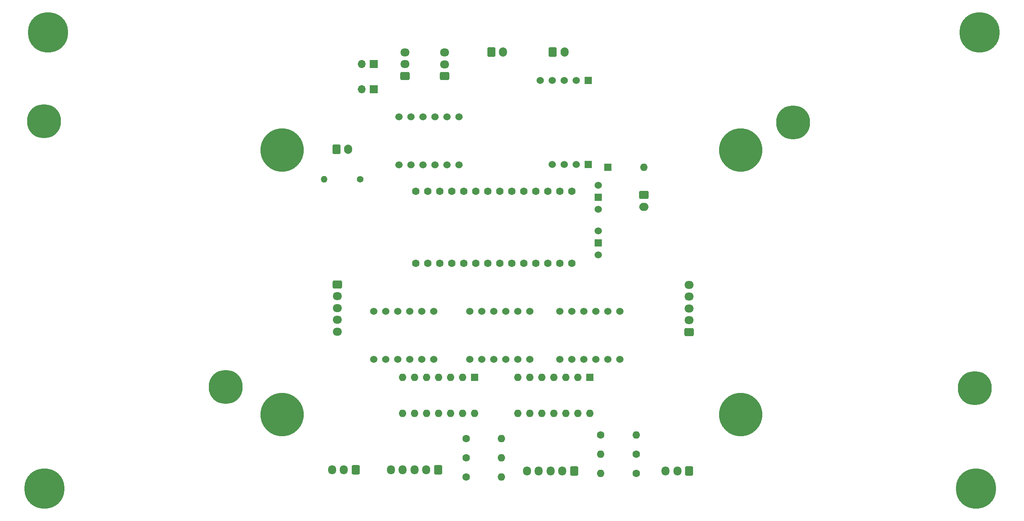
<source format=gbs>
%TF.GenerationSoftware,KiCad,Pcbnew,6.0.11-2627ca5db0~126~ubuntu20.04.1*%
%TF.CreationDate,2023-02-22T16:00:48-05:00*%
%TF.ProjectId,ScooterBLDCMotorController,53636f6f-7465-4724-924c-44434d6f746f,rev?*%
%TF.SameCoordinates,Original*%
%TF.FileFunction,Soldermask,Bot*%
%TF.FilePolarity,Negative*%
%FSLAX46Y46*%
G04 Gerber Fmt 4.6, Leading zero omitted, Abs format (unit mm)*
G04 Created by KiCad (PCBNEW 6.0.11-2627ca5db0~126~ubuntu20.04.1) date 2023-02-22 16:00:48*
%MOMM*%
%LPD*%
G01*
G04 APERTURE LIST*
G04 Aperture macros list*
%AMRoundRect*
0 Rectangle with rounded corners*
0 $1 Rounding radius*
0 $2 $3 $4 $5 $6 $7 $8 $9 X,Y pos of 4 corners*
0 Add a 4 corners polygon primitive as box body*
4,1,4,$2,$3,$4,$5,$6,$7,$8,$9,$2,$3,0*
0 Add four circle primitives for the rounded corners*
1,1,$1+$1,$2,$3*
1,1,$1+$1,$4,$5*
1,1,$1+$1,$6,$7*
1,1,$1+$1,$8,$9*
0 Add four rect primitives between the rounded corners*
20,1,$1+$1,$2,$3,$4,$5,0*
20,1,$1+$1,$4,$5,$6,$7,0*
20,1,$1+$1,$6,$7,$8,$9,0*
20,1,$1+$1,$8,$9,$2,$3,0*%
G04 Aperture macros list end*
%ADD10RoundRect,0.250000X0.600000X0.725000X-0.600000X0.725000X-0.600000X-0.725000X0.600000X-0.725000X0*%
%ADD11O,1.700000X1.950000*%
%ADD12C,8.500000*%
%ADD13C,1.600000*%
%ADD14O,1.600000X1.600000*%
%ADD15C,7.200000*%
%ADD16C,1.524000*%
%ADD17R,1.524000X1.524000*%
%ADD18RoundRect,0.250000X0.725000X-0.600000X0.725000X0.600000X-0.725000X0.600000X-0.725000X-0.600000X0*%
%ADD19O,1.950000X1.700000*%
%ADD20RoundRect,0.250000X-0.750000X0.600000X-0.750000X-0.600000X0.750000X-0.600000X0.750000X0.600000X0*%
%ADD21O,2.000000X1.700000*%
%ADD22C,9.200000*%
%ADD23RoundRect,0.250000X-0.600000X-0.750000X0.600000X-0.750000X0.600000X0.750000X-0.600000X0.750000X0*%
%ADD24O,1.700000X2.000000*%
%ADD25C,1.400000*%
%ADD26O,1.400000X1.400000*%
%ADD27R,1.600000X1.600000*%
%ADD28R,1.700000X1.700000*%
%ADD29O,1.700000X1.700000*%
%ADD30RoundRect,0.250000X-0.725000X0.600000X-0.725000X-0.600000X0.725000X-0.600000X0.725000X0.600000X0*%
G04 APERTURE END LIST*
D10*
X133310000Y-136288000D03*
D11*
X130810000Y-136288000D03*
X128310000Y-136288000D03*
X125810000Y-136288000D03*
X123310000Y-136288000D03*
D12*
X247142000Y-140208000D03*
D13*
X175240000Y-137016000D03*
D14*
X167740000Y-137016000D03*
D15*
X208448000Y-62738000D03*
D16*
X137708000Y-61578000D03*
X135168000Y-61578000D03*
X132628000Y-61578000D03*
X130088000Y-61578000D03*
X127548000Y-61578000D03*
X125008000Y-61578000D03*
X125008000Y-71738000D03*
X127548000Y-71738000D03*
X130088000Y-71738000D03*
X132628000Y-71738000D03*
X135168000Y-71738000D03*
X137708000Y-71738000D03*
D13*
X128564000Y-92566000D03*
X131104000Y-92566000D03*
X133644000Y-92566000D03*
X136184000Y-92566000D03*
X138724000Y-92566000D03*
X141264000Y-92566000D03*
X143804000Y-92566000D03*
X146344000Y-92566000D03*
X148884000Y-92566000D03*
X151424000Y-92566000D03*
X153964000Y-92566000D03*
X156504000Y-92566000D03*
X159044000Y-92566000D03*
X161584000Y-92566000D03*
X161584000Y-77326000D03*
X159044000Y-77326000D03*
X156504000Y-77326000D03*
X153964000Y-77326000D03*
X151424000Y-77326000D03*
X148884000Y-77326000D03*
X146344000Y-77326000D03*
X143804000Y-77326000D03*
X141264000Y-77326000D03*
X138724000Y-77326000D03*
X136184000Y-77326000D03*
X133644000Y-77326000D03*
X131104000Y-77326000D03*
X128564000Y-77326000D03*
D16*
X157480000Y-71628000D03*
X160020000Y-71628000D03*
X162560000Y-71628000D03*
D17*
X165100000Y-71628000D03*
X165100000Y-53848000D03*
D16*
X162560000Y-53848000D03*
X160020000Y-53848000D03*
X157480000Y-53848000D03*
X154940000Y-53848000D03*
D18*
X134700000Y-52942000D03*
D19*
X134700000Y-50442000D03*
X134700000Y-47942000D03*
D20*
X176841000Y-78108000D03*
D21*
X176841000Y-80608000D03*
D15*
X88392000Y-118750000D03*
D22*
X197344000Y-124580000D03*
D12*
X50800000Y-43688000D03*
D22*
X100344000Y-68580000D03*
D23*
X111820000Y-68419000D03*
D24*
X114320000Y-68419000D03*
D16*
X139994000Y-112886000D03*
X142534000Y-112886000D03*
X145074000Y-112886000D03*
X147614000Y-112886000D03*
X150154000Y-112886000D03*
X152694000Y-112886000D03*
X152694000Y-102726000D03*
X150154000Y-102726000D03*
X147614000Y-102726000D03*
X145074000Y-102726000D03*
X142534000Y-102726000D03*
X139994000Y-102726000D03*
D10*
X162092000Y-136525000D03*
D11*
X159592000Y-136525000D03*
X157092000Y-136525000D03*
X154592000Y-136525000D03*
X152092000Y-136525000D03*
D16*
X167172000Y-85725000D03*
D17*
X167172000Y-88265000D03*
D16*
X167172000Y-90805000D03*
D13*
X175240000Y-132952000D03*
D14*
X167740000Y-132952000D03*
D22*
X197344000Y-68580000D03*
D23*
X157560000Y-47845000D03*
D24*
X160060000Y-47845000D03*
D25*
X116830000Y-74786000D03*
D26*
X109210000Y-74786000D03*
D10*
X115864000Y-136271000D03*
D11*
X113364000Y-136271000D03*
X110864000Y-136271000D03*
D18*
X186419000Y-107108000D03*
D19*
X186419000Y-104608000D03*
X186419000Y-102108000D03*
X186419000Y-99608000D03*
X186419000Y-97108000D03*
D27*
X165399000Y-116706000D03*
D14*
X162859000Y-116706000D03*
X160319000Y-116706000D03*
X157779000Y-116706000D03*
X155239000Y-116706000D03*
X152699000Y-116706000D03*
X150159000Y-116706000D03*
X150159000Y-124326000D03*
X152699000Y-124326000D03*
X155239000Y-124326000D03*
X157779000Y-124326000D03*
X160319000Y-124326000D03*
X162859000Y-124326000D03*
X165399000Y-124326000D03*
D28*
X119674000Y-55736000D03*
D29*
X117134000Y-55736000D03*
D12*
X50038000Y-140208000D03*
D28*
X119674000Y-50402000D03*
D29*
X117134000Y-50402000D03*
D16*
X159044000Y-112886000D03*
X161584000Y-112886000D03*
X164124000Y-112886000D03*
X166664000Y-112886000D03*
X169204000Y-112886000D03*
X171744000Y-112886000D03*
X171744000Y-102726000D03*
X169204000Y-102726000D03*
X166664000Y-102726000D03*
X164124000Y-102726000D03*
X161584000Y-102726000D03*
X159044000Y-102726000D03*
D22*
X100344000Y-124580000D03*
D16*
X167172000Y-76056000D03*
D17*
X167172000Y-78596000D03*
D16*
X167172000Y-81136000D03*
D23*
X144586000Y-47845000D03*
D24*
X147086000Y-47845000D03*
D16*
X119674000Y-112886000D03*
X122214000Y-112886000D03*
X124754000Y-112886000D03*
X127294000Y-112886000D03*
X129834000Y-112886000D03*
X132374000Y-112886000D03*
X132374000Y-102726000D03*
X129834000Y-102726000D03*
X127294000Y-102726000D03*
X124754000Y-102726000D03*
X122214000Y-102726000D03*
X119674000Y-102726000D03*
D13*
X139232000Y-129667000D03*
D14*
X146732000Y-129667000D03*
D27*
X169204000Y-72246000D03*
D14*
X176824000Y-72246000D03*
D13*
X139232000Y-133731000D03*
D14*
X146732000Y-133731000D03*
D27*
X141015000Y-116706000D03*
D14*
X138475000Y-116706000D03*
X135935000Y-116706000D03*
X133395000Y-116706000D03*
X130855000Y-116706000D03*
X128315000Y-116706000D03*
X125775000Y-116706000D03*
X125775000Y-124326000D03*
X128315000Y-124326000D03*
X130855000Y-124326000D03*
X133395000Y-124326000D03*
X135935000Y-124326000D03*
X138475000Y-124326000D03*
X141015000Y-124326000D03*
D13*
X139232000Y-137795000D03*
D14*
X146732000Y-137795000D03*
D15*
X246888000Y-119000000D03*
X49952000Y-62488000D03*
D13*
X167740000Y-128888000D03*
D14*
X175240000Y-128888000D03*
D18*
X126301000Y-52902000D03*
D19*
X126301000Y-50402000D03*
X126301000Y-47902000D03*
D12*
X247904000Y-43688000D03*
D10*
X186436000Y-136525000D03*
D11*
X183936000Y-136525000D03*
X181436000Y-136525000D03*
D30*
X112014000Y-97028000D03*
D19*
X112014000Y-99528000D03*
X112014000Y-102028000D03*
X112014000Y-104528000D03*
X112014000Y-107028000D03*
M02*

</source>
